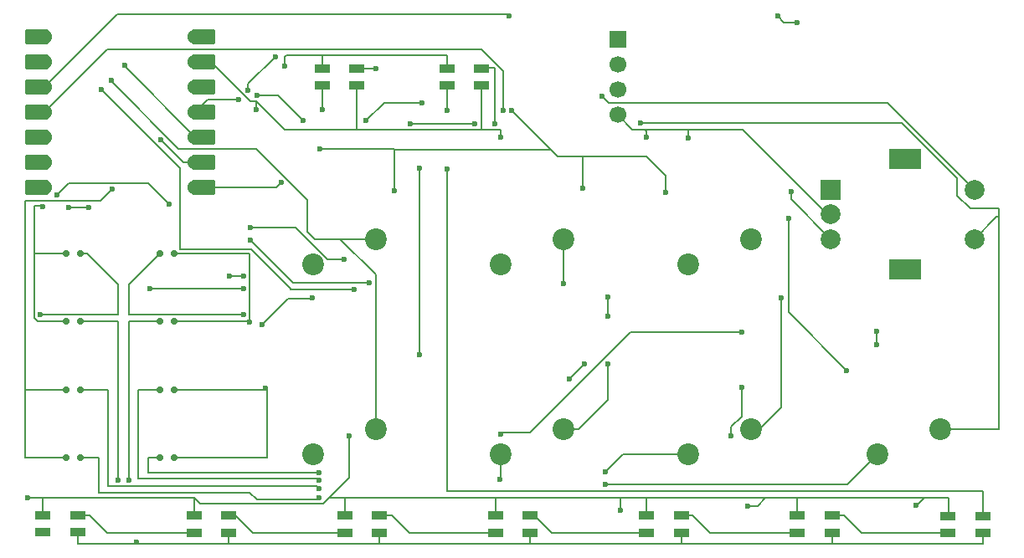
<source format=gtl>
%TF.GenerationSoftware,KiCad,Pcbnew,9.0.6*%
%TF.CreationDate,2025-12-23T12:32:35-05:00*%
%TF.ProjectId,astrapad,61737472-6170-4616-942e-6b696361645f,rev?*%
%TF.SameCoordinates,Original*%
%TF.FileFunction,Copper,L1,Top*%
%TF.FilePolarity,Positive*%
%FSLAX46Y46*%
G04 Gerber Fmt 4.6, Leading zero omitted, Abs format (unit mm)*
G04 Created by KiCad (PCBNEW 9.0.6) date 2025-12-23 12:32:35*
%MOMM*%
%LPD*%
G01*
G04 APERTURE LIST*
G04 Aperture macros list*
%AMRoundRect*
0 Rectangle with rounded corners*
0 $1 Rounding radius*
0 $2 $3 $4 $5 $6 $7 $8 $9 X,Y pos of 4 corners*
0 Add a 4 corners polygon primitive as box body*
4,1,4,$2,$3,$4,$5,$6,$7,$8,$9,$2,$3,0*
0 Add four circle primitives for the rounded corners*
1,1,$1+$1,$2,$3*
1,1,$1+$1,$4,$5*
1,1,$1+$1,$6,$7*
1,1,$1+$1,$8,$9*
0 Add four rect primitives between the rounded corners*
20,1,$1+$1,$2,$3,$4,$5,0*
20,1,$1+$1,$4,$5,$6,$7,0*
20,1,$1+$1,$6,$7,$8,$9,0*
20,1,$1+$1,$8,$9,$2,$3,0*%
G04 Aperture macros list end*
%TA.AperFunction,ComponentPad*%
%ADD10C,2.200000*%
%TD*%
%TA.AperFunction,SMDPad,CuDef*%
%ADD11R,1.600000X0.850000*%
%TD*%
%TA.AperFunction,SMDPad,CuDef*%
%ADD12RoundRect,0.150000X-0.150000X-0.200000X0.150000X-0.200000X0.150000X0.200000X-0.150000X0.200000X0*%
%TD*%
%TA.AperFunction,SMDPad,CuDef*%
%ADD13RoundRect,0.150000X0.150000X0.200000X-0.150000X0.200000X-0.150000X-0.200000X0.150000X-0.200000X0*%
%TD*%
%TA.AperFunction,ComponentPad*%
%ADD14R,2.000000X2.000000*%
%TD*%
%TA.AperFunction,ComponentPad*%
%ADD15C,2.000000*%
%TD*%
%TA.AperFunction,ComponentPad*%
%ADD16R,3.200000X2.000000*%
%TD*%
%TA.AperFunction,SMDPad,CuDef*%
%ADD17RoundRect,0.152400X1.063600X0.609600X-1.063600X0.609600X-1.063600X-0.609600X1.063600X-0.609600X0*%
%TD*%
%TA.AperFunction,ComponentPad*%
%ADD18C,1.524000*%
%TD*%
%TA.AperFunction,SMDPad,CuDef*%
%ADD19RoundRect,0.152400X-1.063600X-0.609600X1.063600X-0.609600X1.063600X0.609600X-1.063600X0.609600X0*%
%TD*%
%TA.AperFunction,ComponentPad*%
%ADD20R,1.700000X1.700000*%
%TD*%
%TA.AperFunction,ComponentPad*%
%ADD21C,1.700000*%
%TD*%
%TA.AperFunction,ViaPad*%
%ADD22C,0.600000*%
%TD*%
%TA.AperFunction,Conductor*%
%ADD23C,0.200000*%
%TD*%
G04 APERTURE END LIST*
D10*
%TO.P,SW5,1,1*%
%TO.N,Net-(D5-A)*%
X29660000Y-45120000D03*
%TO.P,SW5,2,2*%
%TO.N,Column 1*%
X36010000Y-42580000D03*
%TD*%
%TO.P,SW1,1,1*%
%TO.N,Net-(D1-A)*%
X29660000Y-25920000D03*
%TO.P,SW1,2,2*%
%TO.N,Column 1*%
X36010000Y-23380000D03*
%TD*%
D11*
%TO.P,D24,1,VDD*%
%TO.N,+5V*%
X48155000Y-51335000D03*
%TO.P,D24,2,DOUT*%
%TO.N,Net-(D24-DOUT)*%
X48155000Y-53085000D03*
%TO.P,D24,3,VSS*%
%TO.N,GND*%
X51655000Y-53085000D03*
%TO.P,D24,4,DIN*%
%TO.N,Net-(D23-DOUT)*%
X51655000Y-51335000D03*
%TD*%
D10*
%TO.P,SW8,1,1*%
%TO.N,Net-(D8-A)*%
X86760000Y-45120000D03*
%TO.P,SW8,2,2*%
%TO.N,Column 4*%
X93110000Y-42580000D03*
%TD*%
%TO.P,SW7,1,1*%
%TO.N,Net-(D7-A)*%
X67670000Y-45120000D03*
%TO.P,SW7,2,2*%
%TO.N,Column 3*%
X74020000Y-42580000D03*
%TD*%
D11*
%TO.P,D22,1,VDD*%
%TO.N,+5V*%
X78671667Y-51335000D03*
%TO.P,D22,2,DOUT*%
%TO.N,Net-(D22-DOUT)*%
X78671667Y-53085000D03*
%TO.P,D22,3,VSS*%
%TO.N,GND*%
X82171667Y-53085000D03*
%TO.P,D22,4,DIN*%
%TO.N,Net-(D20-DOUT)*%
X82171667Y-51335000D03*
%TD*%
D12*
%TO.P,D7,1,K*%
%TO.N,Row 2*%
X15621810Y-45494767D03*
%TO.P,D7,2,A*%
%TO.N,Net-(D7-A)*%
X14221810Y-45494767D03*
%TD*%
D11*
%TO.P,D23,1,VDD*%
%TO.N,+5V*%
X63413333Y-51335000D03*
%TO.P,D23,2,DOUT*%
%TO.N,Net-(D23-DOUT)*%
X63413333Y-53085000D03*
%TO.P,D23,3,VSS*%
%TO.N,GND*%
X66913333Y-53085000D03*
%TO.P,D23,4,DIN*%
%TO.N,Net-(D22-DOUT)*%
X66913333Y-51335000D03*
%TD*%
%TO.P,D18,1,VDD*%
%TO.N,+5V*%
X17638333Y-51335000D03*
%TO.P,D18,2,DOUT*%
%TO.N,Net-(D18-DOUT)*%
X17638333Y-53085000D03*
%TO.P,D18,3,VSS*%
%TO.N,GND*%
X21138333Y-53085000D03*
%TO.P,D18,4,DIN*%
%TO.N,Net-(D18-DIN)*%
X21138333Y-51335000D03*
%TD*%
%TO.P,D9,1,VDD*%
%TO.N,+5V*%
X43248477Y-6063250D03*
%TO.P,D9,2,DOUT*%
%TO.N,Net-(D20-DIN)*%
X43248477Y-7813250D03*
%TO.P,D9,3,VSS*%
%TO.N,GND*%
X46748477Y-7813250D03*
%TO.P,D9,4,DIN*%
%TO.N,Net-(D17-DOUT)*%
X46748477Y-6063250D03*
%TD*%
D13*
%TO.P,D3,1,K*%
%TO.N,Row 1*%
X4721810Y-31694767D03*
%TO.P,D3,2,A*%
%TO.N,Net-(D3-A)*%
X6121810Y-31694767D03*
%TD*%
D11*
%TO.P,D25,1,VDD*%
%TO.N,+5V*%
X32896667Y-51335000D03*
%TO.P,D25,2,DOUT*%
%TO.N,Net-(D18-DIN)*%
X32896667Y-53085000D03*
%TO.P,D25,3,VSS*%
%TO.N,GND*%
X36396667Y-53085000D03*
%TO.P,D25,4,DIN*%
%TO.N,Net-(D24-DOUT)*%
X36396667Y-51335000D03*
%TD*%
D10*
%TO.P,SW2,1,1*%
%TO.N,Net-(D2-A)*%
X48670000Y-25920000D03*
%TO.P,SW2,2,2*%
%TO.N,Column 2*%
X55020000Y-23380000D03*
%TD*%
%TO.P,SW3,1,1*%
%TO.N,Net-(D3-A)*%
X67670000Y-25920000D03*
%TO.P,SW3,2,2*%
%TO.N,Column 3*%
X74020000Y-23380000D03*
%TD*%
D11*
%TO.P,D20,1,VDD*%
%TO.N,+5V*%
X93914000Y-51365000D03*
%TO.P,D20,2,DOUT*%
%TO.N,Net-(D20-DOUT)*%
X93914000Y-53115000D03*
%TO.P,D20,3,VSS*%
%TO.N,GND*%
X97414000Y-53115000D03*
%TO.P,D20,4,DIN*%
%TO.N,Net-(D20-DIN)*%
X97414000Y-51365000D03*
%TD*%
%TO.P,D17,1,VDD*%
%TO.N,+5V*%
X30611810Y-6063250D03*
%TO.P,D17,2,DOUT*%
%TO.N,Net-(D17-DOUT)*%
X30611810Y-7813250D03*
%TO.P,D17,3,VSS*%
%TO.N,GND*%
X34111810Y-7813250D03*
%TO.P,D17,4,DIN*%
%TO.N,Net-(D16-DOUT)*%
X34111810Y-6063250D03*
%TD*%
D10*
%TO.P,SW6,1,1*%
%TO.N,Net-(D6-A)*%
X48670000Y-45120000D03*
%TO.P,SW6,2,2*%
%TO.N,Column 2*%
X55020000Y-42580000D03*
%TD*%
D14*
%TO.P,SW13,A,A*%
%TO.N,Rotary A*%
X82050000Y-18340000D03*
D15*
%TO.P,SW13,B,B*%
%TO.N,Rotary B*%
X82050000Y-23340000D03*
%TO.P,SW13,C,C*%
%TO.N,GND*%
X82050000Y-20840000D03*
D16*
%TO.P,SW13,MP*%
%TO.N,N/C*%
X89550000Y-15240000D03*
X89550000Y-26440000D03*
D15*
%TO.P,SW13,S1,S1*%
%TO.N,Column 4*%
X96550000Y-23340000D03*
%TO.P,SW13,S2,S2*%
%TO.N,Net-(D4-A)*%
X96550000Y-18340000D03*
%TD*%
D12*
%TO.P,D6,1,K*%
%TO.N,Row 2*%
X15621810Y-38594767D03*
%TO.P,D6,2,A*%
%TO.N,Net-(D6-A)*%
X14221810Y-38594767D03*
%TD*%
D17*
%TO.P,U1,1,GPIO26/ADC0/A0*%
%TO.N,Column 1*%
X1716810Y-2843267D03*
D18*
X2551810Y-2843267D03*
D17*
%TO.P,U1,2,GPIO27/ADC1/A1*%
%TO.N,Column 2*%
X1716810Y-5383267D03*
D18*
X2551810Y-5383267D03*
D17*
%TO.P,U1,3,GPIO28/ADC2/A2*%
%TO.N,Column 3*%
X1716810Y-7923267D03*
D18*
X2551810Y-7923267D03*
D17*
%TO.P,U1,4,GPIO29/ADC3/A3*%
%TO.N,Column 4*%
X1716810Y-10463267D03*
D18*
X2551810Y-10463267D03*
D17*
%TO.P,U1,5,GPIO6/SDA*%
%TO.N,SDA*%
X1716810Y-13003267D03*
D18*
X2551810Y-13003267D03*
D17*
%TO.P,U1,6,GPIO7/SCL*%
%TO.N,SCL*%
X1716810Y-15543267D03*
D18*
X2551810Y-15543267D03*
D17*
%TO.P,U1,7,GPIO0/TX*%
%TO.N,Row 1*%
X1716810Y-18083267D03*
D18*
X2551810Y-18083267D03*
%TO.P,U1,8,GPIO1/RX*%
%TO.N,Net-(D10-DIN)*%
X17791810Y-18083267D03*
D19*
X18626810Y-18083267D03*
D18*
%TO.P,U1,9,GPIO2/SCK*%
%TO.N,Row 2*%
X17791810Y-15543267D03*
D19*
X18626810Y-15543267D03*
D18*
%TO.P,U1,10,GPIO4/MISO*%
%TO.N,Rotary A*%
X17791810Y-13003267D03*
D19*
X18626810Y-13003267D03*
D18*
%TO.P,U1,11,GPIO3/MOSI*%
%TO.N,Rotary B*%
X17791810Y-10463267D03*
D19*
X18626810Y-10463267D03*
D18*
%TO.P,U1,12,3V3*%
%TO.N,unconnected-(U1-3V3-Pad12)*%
X17791810Y-7923267D03*
D19*
X18626810Y-7923267D03*
D18*
%TO.P,U1,13,GND*%
%TO.N,GND*%
X17791810Y-5383267D03*
D19*
X18626810Y-5383267D03*
D18*
%TO.P,U1,14,VBUS*%
%TO.N,+5V*%
X17791810Y-2843267D03*
D19*
X18626810Y-2843267D03*
%TD*%
D13*
%TO.P,D8,1,K*%
%TO.N,Row 2*%
X4721810Y-45494767D03*
%TO.P,D8,2,A*%
%TO.N,Net-(D8-A)*%
X6121810Y-45494767D03*
%TD*%
%TO.P,D2,1,K*%
%TO.N,Row 1*%
X4721810Y-24794767D03*
%TO.P,D2,2,A*%
%TO.N,Net-(D2-A)*%
X6121810Y-24794767D03*
%TD*%
D11*
%TO.P,D19,1,VDD*%
%TO.N,+5V*%
X2380000Y-51270000D03*
%TO.P,D19,2,DOUT*%
%TO.N,unconnected-(D19-DOUT-Pad2)*%
X2380000Y-53020000D03*
%TO.P,D19,3,VSS*%
%TO.N,GND*%
X5880000Y-53020000D03*
%TO.P,D19,4,DIN*%
%TO.N,Net-(D18-DOUT)*%
X5880000Y-51270000D03*
%TD*%
D13*
%TO.P,D5,1,K*%
%TO.N,Row 2*%
X4721810Y-38594767D03*
%TO.P,D5,2,A*%
%TO.N,Net-(D5-A)*%
X6121810Y-38594767D03*
%TD*%
D12*
%TO.P,D1,1,K*%
%TO.N,Row 1*%
X15621810Y-24794767D03*
%TO.P,D1,2,A*%
%TO.N,Net-(D1-A)*%
X14221810Y-24794767D03*
%TD*%
%TO.P,D4,1,K*%
%TO.N,Row 1*%
X15621810Y-31694767D03*
%TO.P,D4,2,A*%
%TO.N,Net-(D4-A)*%
X14221810Y-31694767D03*
%TD*%
D20*
%TO.P,J1,1,Pin_1*%
%TO.N,SDA*%
X60476750Y-3128250D03*
D21*
%TO.P,J1,2,Pin_2*%
%TO.N,SCL*%
X60476750Y-5668250D03*
%TO.P,J1,3,Pin_3*%
%TO.N,+5V*%
X60476750Y-8208250D03*
%TO.P,J1,4,Pin_4*%
%TO.N,GND*%
X60476750Y-10748250D03*
%TD*%
D22*
%TO.N,Row 1*%
X23271810Y-31763267D03*
X2360000Y-20063267D03*
%TO.N,+5V*%
X73640000Y-50370000D03*
X55610000Y-37490000D03*
X800000Y-49558193D03*
X33350000Y-43270000D03*
X26800000Y-5830000D03*
X30380000Y-14200000D03*
X49730000Y-10330000D03*
X57120000Y-35980000D03*
X90670000Y-50320000D03*
X65340000Y-18610000D03*
X37890000Y-18460000D03*
X56930000Y-18240000D03*
X71950000Y-43280000D03*
X73010000Y-38390000D03*
X60760000Y-50780000D03*
%TO.N,Net-(D1-A)*%
X22671810Y-30995510D03*
X29610000Y-29300000D03*
X24510000Y-32010000D03*
%TO.N,GND*%
X23980000Y-10230000D03*
X67630000Y-13110000D03*
X86690000Y-34040000D03*
X63410000Y-13070000D03*
X48650000Y-13040000D03*
X6970000Y-20160000D03*
X5000000Y-20160000D03*
X86680000Y-32680000D03*
X11830000Y-53980000D03*
%TO.N,Net-(D2-A)*%
X3800000Y-18850000D03*
X2071810Y-30980000D03*
X32860000Y-25400000D03*
X23380000Y-22170000D03*
X21210000Y-27110000D03*
X22671810Y-27120000D03*
X15170000Y-19780000D03*
%TO.N,Net-(D3-A)*%
X23310000Y-23420000D03*
X35410000Y-27770000D03*
X13180000Y-28380000D03*
X22671810Y-28360000D03*
X9990000Y-47771003D03*
%TO.N,Net-(D4-A)*%
X28690000Y-11360000D03*
X35060000Y-11360000D03*
X40690000Y-9560000D03*
X24023521Y-8821580D03*
X58933235Y-8903235D03*
X11090000Y-47771003D03*
%TO.N,Row 2*%
X9371810Y-18263267D03*
X24871810Y-38463267D03*
X14271810Y-13263267D03*
%TO.N,Net-(D5-A)*%
X30260000Y-48570006D03*
%TO.N,Net-(D6-A)*%
X30260000Y-47770003D03*
X48600000Y-47700000D03*
%TO.N,Net-(D7-A)*%
X59230000Y-46930000D03*
X30260000Y-46970000D03*
%TO.N,Net-(D8-A)*%
X59220000Y-48140000D03*
X30330000Y-49560000D03*
%TO.N,Net-(D10-DIN)*%
X26460000Y-17610000D03*
%TO.N,Net-(D12-DOUT)*%
X83670000Y-36630000D03*
X77810000Y-21280000D03*
%TO.N,Net-(D14-DOUT)*%
X73020000Y-32770000D03*
X48660000Y-43070000D03*
%TO.N,Net-(D16-DOUT)*%
X40430000Y-35050000D03*
X36070000Y-6060000D03*
X40430000Y-16190000D03*
%TO.N,Column 1*%
X9270000Y-7240000D03*
%TO.N,Column 2*%
X59540000Y-31180000D03*
X59540000Y-36010000D03*
X33820000Y-28420000D03*
X59510000Y-29230000D03*
X8275000Y-8205000D03*
X55010000Y-27880000D03*
%TO.N,Column 3*%
X78620000Y-1430000D03*
X76690000Y-800000D03*
X77020000Y-29300000D03*
X49522727Y-800000D03*
%TO.N,Column 4*%
X48880000Y-10370000D03*
X62790000Y-11590000D03*
%TO.N,Rotary B*%
X23104265Y-8285735D03*
X25870000Y-4880000D03*
X22170000Y-9220000D03*
X78010000Y-18520000D03*
%TO.N,Rotary A*%
X10650000Y-5780000D03*
%TO.N,Net-(D17-DOUT)*%
X39540000Y-11670000D03*
X30620000Y-10240000D03*
X46030000Y-11670000D03*
X48060000Y-11670000D03*
%TO.N,Net-(D20-DIN)*%
X43230000Y-16250000D03*
X43248477Y-10350000D03*
%TD*%
D23*
%TO.N,Column 2*%
X33820000Y-28420000D02*
X27430000Y-28420000D01*
X23437910Y-24393767D02*
X16212778Y-24393767D01*
X27430000Y-28420000D02*
X27430000Y-28385857D01*
X27430000Y-28385857D02*
X23437910Y-24393767D01*
X16212778Y-16142778D02*
X8275000Y-8205000D01*
X16212778Y-24393767D02*
X16212778Y-16142778D01*
%TO.N,Row 1*%
X23203310Y-31694767D02*
X23271810Y-31763267D01*
X2360000Y-20063267D02*
X2266733Y-19970000D01*
X1803310Y-31694767D02*
X1471810Y-31363267D01*
X15621810Y-31694767D02*
X23203310Y-31694767D01*
X23271810Y-24794767D02*
X23271810Y-31763267D01*
X1471810Y-31363267D02*
X1471810Y-24663267D01*
X1470000Y-21656380D02*
X1471810Y-21658190D01*
X4721810Y-31694767D02*
X1803310Y-31694767D01*
X1470000Y-19970000D02*
X1470000Y-21656380D01*
X1603310Y-24794767D02*
X1471810Y-24663267D01*
X15621810Y-24794767D02*
X23271810Y-24794767D01*
X1471810Y-21658190D02*
X1471810Y-24663267D01*
X4721810Y-24794767D02*
X1603310Y-24794767D01*
X2266733Y-19970000D02*
X1470000Y-19970000D01*
%TO.N,+5V*%
X17638333Y-49579860D02*
X17660000Y-49558193D01*
X78690000Y-49558193D02*
X91540000Y-49558193D01*
X800000Y-49558193D02*
X2390000Y-49558193D01*
X18261807Y-50160000D02*
X30708193Y-50160000D01*
X56930000Y-15050000D02*
X56970000Y-15010000D01*
X17638333Y-51335000D02*
X17638333Y-49579860D01*
X63390000Y-15010000D02*
X65340000Y-16960000D01*
X48140000Y-49558193D02*
X60760000Y-49558193D01*
X32896667Y-51335000D02*
X32896667Y-49601526D01*
X53710000Y-14310000D02*
X54410000Y-15010000D01*
X78671667Y-51335000D02*
X78671667Y-49576526D01*
X91540000Y-49558193D02*
X93930000Y-49558193D01*
X65340000Y-16960000D02*
X65340000Y-18610000D01*
X71950000Y-42340000D02*
X73010000Y-41280000D01*
X30611810Y-4748190D02*
X30620000Y-4740000D01*
X49730000Y-10330000D02*
X53710000Y-14310000D01*
X33350000Y-47518193D02*
X31310000Y-49558193D01*
X54410000Y-15010000D02*
X56970000Y-15010000D01*
X2380000Y-51270000D02*
X2380000Y-49568193D01*
X78671667Y-49576526D02*
X78690000Y-49558193D01*
X26950000Y-4740000D02*
X30620000Y-4740000D01*
X37890000Y-14310000D02*
X37890000Y-14200000D01*
X90778193Y-50320000D02*
X91540000Y-49558193D01*
X2390000Y-49558193D02*
X17660000Y-49558193D01*
X63413333Y-49581526D02*
X63390000Y-49558193D01*
X26800000Y-5830000D02*
X26800000Y-4890000D01*
X93930000Y-49558193D02*
X93930000Y-51335000D01*
X43248477Y-4740000D02*
X43248477Y-6063250D01*
X63390000Y-49558193D02*
X75450000Y-49558193D01*
X48155000Y-51335000D02*
X48155000Y-49573193D01*
X17660000Y-49558193D02*
X18261807Y-50160000D01*
X63413333Y-51335000D02*
X63413333Y-49581526D01*
X26800000Y-4890000D02*
X26950000Y-4740000D01*
X30708193Y-50160000D02*
X31310000Y-49558193D01*
X37890000Y-14310000D02*
X53710000Y-14310000D01*
X33350000Y-43270000D02*
X33350000Y-47518193D01*
X60760000Y-49558193D02*
X63390000Y-49558193D01*
X30611810Y-6063250D02*
X30611810Y-4748190D01*
X60760000Y-49558193D02*
X60760000Y-50780000D01*
X37890000Y-18460000D02*
X37890000Y-14310000D01*
X56930000Y-18240000D02*
X56930000Y-15050000D01*
X32896667Y-49601526D02*
X32940000Y-49558193D01*
X74638193Y-50370000D02*
X75450000Y-49558193D01*
X73640000Y-50370000D02*
X74638193Y-50370000D01*
X75450000Y-49558193D02*
X78690000Y-49558193D01*
X30620000Y-4740000D02*
X43248477Y-4740000D01*
X2380000Y-49568193D02*
X2390000Y-49558193D01*
X32940000Y-49558193D02*
X48140000Y-49558193D01*
X71950000Y-43280000D02*
X71950000Y-42340000D01*
X56970000Y-15010000D02*
X63390000Y-15010000D01*
X73010000Y-41280000D02*
X73010000Y-38390000D01*
X30380000Y-14200000D02*
X37890000Y-14200000D01*
X57120000Y-35980000D02*
X55610000Y-37490000D01*
X48155000Y-49573193D02*
X48140000Y-49558193D01*
X31310000Y-49558193D02*
X32940000Y-49558193D01*
X90670000Y-50320000D02*
X90778193Y-50320000D01*
%TO.N,Net-(D1-A)*%
X14221810Y-24794767D02*
X11070000Y-27946577D01*
X29610000Y-29340000D02*
X29610000Y-29300000D01*
X24510000Y-32010000D02*
X27180000Y-29340000D01*
X11070000Y-27946577D02*
X11070000Y-30997880D01*
X11070000Y-30997880D02*
X22669440Y-30997880D01*
X22669440Y-30997880D02*
X22671810Y-30995510D01*
X27180000Y-29340000D02*
X29610000Y-29340000D01*
%TO.N,GND*%
X67630000Y-13110000D02*
X67630000Y-12280000D01*
X36396667Y-54175667D02*
X36400000Y-54179000D01*
X86680000Y-32680000D02*
X86680000Y-34030000D01*
X51655000Y-54154000D02*
X51680000Y-54179000D01*
X36396667Y-53085000D02*
X36396667Y-54175667D01*
X21138333Y-54157333D02*
X21160000Y-54179000D01*
X11989000Y-54179000D02*
X21160000Y-54179000D01*
X66913333Y-53085000D02*
X66913333Y-54172333D01*
X11830000Y-53980000D02*
X11631000Y-54179000D01*
X23980000Y-9420000D02*
X26830000Y-12270000D01*
X63410000Y-12440000D02*
X63240000Y-12270000D01*
X5900000Y-54179000D02*
X5880000Y-54159000D01*
X19353267Y-5383267D02*
X23390000Y-9420000D01*
X34111810Y-12248190D02*
X34090000Y-12270000D01*
X51655000Y-53085000D02*
X51655000Y-54154000D01*
X82170000Y-54179000D02*
X97410000Y-54179000D01*
X17791810Y-5383267D02*
X19353267Y-5383267D01*
X5000000Y-20160000D02*
X6970000Y-20160000D01*
X82171667Y-53085000D02*
X82171667Y-54177333D01*
X46748477Y-7813250D02*
X46748477Y-12228477D01*
X82171667Y-54177333D02*
X82170000Y-54179000D01*
X66920000Y-54179000D02*
X82170000Y-54179000D01*
X73150000Y-12270000D02*
X81720000Y-20840000D01*
X67620000Y-12270000D02*
X73150000Y-12270000D01*
X26830000Y-12270000D02*
X34090000Y-12270000D01*
X61998500Y-12270000D02*
X63240000Y-12270000D01*
X97430000Y-54159000D02*
X97430000Y-53085000D01*
X23390000Y-9420000D02*
X23980000Y-9420000D01*
X63410000Y-13070000D02*
X63410000Y-12440000D01*
X66913333Y-54172333D02*
X66920000Y-54179000D01*
X46748477Y-12228477D02*
X46790000Y-12270000D01*
X48650000Y-13040000D02*
X48650000Y-12300000D01*
X11631000Y-54179000D02*
X5900000Y-54179000D01*
X23980000Y-10230000D02*
X23980000Y-9420000D01*
X60476750Y-10748250D02*
X61998500Y-12270000D01*
X5880000Y-54159000D02*
X5880000Y-53020000D01*
X11830000Y-54020000D02*
X11989000Y-54179000D01*
X67630000Y-12280000D02*
X67620000Y-12270000D01*
X46790000Y-12270000D02*
X48620000Y-12270000D01*
X86680000Y-34030000D02*
X86690000Y-34040000D01*
X81720000Y-20840000D02*
X82050000Y-20840000D01*
X21138333Y-53085000D02*
X21138333Y-54157333D01*
X51680000Y-54179000D02*
X66920000Y-54179000D01*
X34090000Y-12270000D02*
X46790000Y-12270000D01*
X11830000Y-53980000D02*
X11830000Y-54020000D01*
X36400000Y-54179000D02*
X51680000Y-54179000D01*
X97410000Y-54179000D02*
X97430000Y-54159000D01*
X34111810Y-7813250D02*
X34111810Y-12248190D01*
X63240000Y-12270000D02*
X67620000Y-12270000D01*
X48650000Y-12300000D02*
X48620000Y-12270000D01*
X21160000Y-54179000D02*
X36400000Y-54179000D01*
%TO.N,Net-(D2-A)*%
X9980000Y-30997880D02*
X9962120Y-30980000D01*
X3800000Y-18850000D02*
X4987733Y-17662267D01*
X21210000Y-27110000D02*
X22661810Y-27110000D01*
X9962120Y-30980000D02*
X2071810Y-30980000D01*
X13052267Y-17662267D02*
X15170000Y-19780000D01*
X23380000Y-22170000D02*
X27891314Y-22170000D01*
X31121314Y-25400000D02*
X32860000Y-25400000D01*
X6121810Y-24794767D02*
X6864767Y-24794767D01*
X22661810Y-27110000D02*
X22671810Y-27120000D01*
X27891314Y-22170000D02*
X31121314Y-25400000D01*
X6864767Y-24794767D02*
X9980000Y-27910000D01*
X4987733Y-17662267D02*
X13052267Y-17662267D01*
X9980000Y-27910000D02*
X9980000Y-30997880D01*
%TO.N,Net-(D3-A)*%
X6121810Y-31694767D02*
X9980000Y-31694767D01*
X22190000Y-28380000D02*
X22651810Y-28380000D01*
X9980000Y-47761003D02*
X9990000Y-47771003D01*
X27660000Y-27770000D02*
X35410000Y-27770000D01*
X23310000Y-23420000D02*
X27660000Y-27770000D01*
X22651810Y-28380000D02*
X22671810Y-28360000D01*
X9980000Y-31694767D02*
X9980000Y-47761003D01*
X13180000Y-28380000D02*
X22190000Y-28380000D01*
%TO.N,Net-(D4-A)*%
X11070000Y-47751003D02*
X11070000Y-31694767D01*
X87770000Y-9560000D02*
X96550000Y-18340000D01*
X11070000Y-31694767D02*
X14221810Y-31694767D01*
X40690000Y-9560000D02*
X36860000Y-9560000D01*
X59590000Y-9560000D02*
X87770000Y-9560000D01*
X11090000Y-47771003D02*
X11070000Y-47751003D01*
X58933235Y-8903235D02*
X59590000Y-9560000D01*
X24023521Y-8821580D02*
X26151580Y-8821580D01*
X36860000Y-9560000D02*
X35060000Y-11360000D01*
X26151580Y-8821580D02*
X28690000Y-11360000D01*
%TO.N,Row 2*%
X601000Y-38563267D02*
X601000Y-19463267D01*
X24740310Y-38594767D02*
X24871810Y-38463267D01*
X25071810Y-38663267D02*
X24871810Y-38463267D01*
X4721810Y-38594767D02*
X632500Y-38594767D01*
X738000Y-45492457D02*
X740310Y-45494767D01*
X18626810Y-15543267D02*
X16551810Y-15543267D01*
X601000Y-45492457D02*
X738000Y-45492457D01*
X16551810Y-15543267D02*
X14271810Y-13263267D01*
X632500Y-38594767D02*
X601000Y-38563267D01*
X25071810Y-45463267D02*
X25071810Y-38663267D01*
X15621810Y-38594767D02*
X24740310Y-38594767D01*
X601000Y-45492457D02*
X601000Y-38563267D01*
X25040310Y-45494767D02*
X25071810Y-45463267D01*
X601000Y-19463267D02*
X8171810Y-19463267D01*
X4721810Y-45494767D02*
X740310Y-45494767D01*
X15621810Y-45494767D02*
X25040310Y-45494767D01*
X8171810Y-19463267D02*
X9371810Y-18263267D01*
%TO.N,Net-(D5-A)*%
X6121810Y-38594767D02*
X8995233Y-38594767D01*
X8995233Y-48371003D02*
X30060997Y-48371003D01*
X8995233Y-38594767D02*
X8995233Y-48371003D01*
X30060997Y-48371003D02*
X30260000Y-48570006D01*
%TO.N,Net-(D6-A)*%
X12020000Y-38570000D02*
X12020000Y-47610000D01*
X30099997Y-47610000D02*
X30260000Y-47770003D01*
X48670000Y-47630000D02*
X48670000Y-45120000D01*
X12044767Y-38594767D02*
X12020000Y-38570000D01*
X14221810Y-38594767D02*
X12044767Y-38594767D01*
X48600000Y-47700000D02*
X48670000Y-47630000D01*
X12020000Y-47610000D02*
X30099997Y-47610000D01*
%TO.N,Net-(D7-A)*%
X12980000Y-46990000D02*
X30240000Y-46990000D01*
X12994767Y-45494767D02*
X12990000Y-45490000D01*
X61040000Y-45120000D02*
X67670000Y-45120000D01*
X12990000Y-45490000D02*
X12980000Y-45500000D01*
X59230000Y-46930000D02*
X61040000Y-45120000D01*
X12980000Y-45500000D02*
X12980000Y-46990000D01*
X14221810Y-45494767D02*
X12994767Y-45494767D01*
X30240000Y-46990000D02*
X30260000Y-46970000D01*
%TO.N,Net-(D8-A)*%
X7990000Y-45500000D02*
X7990000Y-48990000D01*
X30200000Y-49690000D02*
X30330000Y-49560000D01*
X24000000Y-49690000D02*
X30200000Y-49690000D01*
X6121810Y-45494767D02*
X7984767Y-45494767D01*
X7984767Y-45494767D02*
X7990000Y-45500000D01*
X7990000Y-48990000D02*
X23300000Y-48990000D01*
X59220000Y-48140000D02*
X83740000Y-48140000D01*
X83740000Y-48140000D02*
X86760000Y-45120000D01*
X23300000Y-48990000D02*
X24000000Y-49690000D01*
%TO.N,Net-(D10-DIN)*%
X17791810Y-18083267D02*
X25986733Y-18083267D01*
X25986733Y-18083267D02*
X26460000Y-17610000D01*
%TO.N,Net-(D12-DOUT)*%
X77810000Y-30770000D02*
X83670000Y-36630000D01*
X77810000Y-21280000D02*
X77810000Y-30770000D01*
%TO.N,Net-(D14-DOUT)*%
X48780000Y-42950000D02*
X51648314Y-42950000D01*
X48660000Y-43070000D02*
X48780000Y-42950000D01*
X61828314Y-32770000D02*
X73020000Y-32770000D01*
X51648314Y-42950000D02*
X61828314Y-32770000D01*
%TO.N,Net-(D16-DOUT)*%
X36070000Y-6060000D02*
X34115060Y-6060000D01*
X40430000Y-16190000D02*
X40430000Y-35050000D01*
X34115060Y-6060000D02*
X34111810Y-6063250D01*
%TO.N,Net-(D18-DOUT)*%
X8885000Y-53085000D02*
X7070000Y-51270000D01*
X7070000Y-51270000D02*
X5880000Y-51270000D01*
X17638333Y-53085000D02*
X8885000Y-53085000D01*
%TO.N,Column 1*%
X36010000Y-26940000D02*
X32450000Y-23380000D01*
X32450000Y-23380000D02*
X36010000Y-23380000D01*
X9270000Y-7240000D02*
X9338486Y-7308486D01*
X9338486Y-7480000D02*
X16068486Y-14210000D01*
X29080000Y-19380057D02*
X29080000Y-22590000D01*
X36010000Y-31149943D02*
X36010000Y-26940000D01*
X16068486Y-14210000D02*
X23909943Y-14210000D01*
X29080000Y-22590000D02*
X29870000Y-23380000D01*
X36010000Y-42580000D02*
X36010000Y-31149943D01*
X9338486Y-7308486D02*
X9338486Y-7480000D01*
X29870000Y-23380000D02*
X32450000Y-23380000D01*
X23909943Y-14210000D02*
X29080000Y-19380057D01*
%TO.N,Column 2*%
X59540000Y-39615634D02*
X59540000Y-36010000D01*
X59510000Y-29230000D02*
X59510000Y-31150000D01*
X55020000Y-27870000D02*
X55010000Y-27880000D01*
X59510000Y-31150000D02*
X59540000Y-31180000D01*
X55020000Y-23380000D02*
X55020000Y-27870000D01*
X55020000Y-42580000D02*
X56575634Y-42580000D01*
X56575634Y-42580000D02*
X59540000Y-39615634D01*
%TO.N,Column 3*%
X77020000Y-29300000D02*
X77020000Y-40350000D01*
X74790000Y-42580000D02*
X74020000Y-42580000D01*
X78620000Y-1430000D02*
X77320000Y-1430000D01*
X77020000Y-40350000D02*
X74790000Y-42580000D01*
X77320000Y-1430000D02*
X76690000Y-800000D01*
X2551810Y-7923267D02*
X9874077Y-601000D01*
X9874077Y-601000D02*
X49323727Y-601000D01*
X49323727Y-601000D02*
X49522727Y-800000D01*
%TO.N,Column 4*%
X99020000Y-42580000D02*
X99040000Y-42560000D01*
X96550000Y-23340000D02*
X98810000Y-21080000D01*
X94830000Y-18960000D02*
X96130000Y-20260000D01*
X94830000Y-17187100D02*
X94830000Y-18960000D01*
X48880000Y-6332900D02*
X46674639Y-4127539D01*
X99040000Y-21080000D02*
X99040000Y-21980000D01*
X96130000Y-20260000D02*
X99040000Y-20260000D01*
X46674639Y-4127539D02*
X8887539Y-4127539D01*
X62790000Y-11590000D02*
X89232900Y-11590000D01*
X93110000Y-42580000D02*
X99020000Y-42580000D01*
X8887539Y-4127539D02*
X2551810Y-10463267D01*
X48880000Y-10370000D02*
X48880000Y-6332900D01*
X99040000Y-42560000D02*
X99040000Y-21980000D01*
X99040000Y-20260000D02*
X99040000Y-21080000D01*
X98810000Y-21080000D02*
X99040000Y-21080000D01*
X89232900Y-11590000D02*
X94830000Y-17187100D01*
%TO.N,Rotary B*%
X78010000Y-19300000D02*
X82050000Y-23340000D01*
X78010000Y-18520000D02*
X78010000Y-19300000D01*
X23104265Y-7645735D02*
X25870000Y-4880000D01*
X23104265Y-8285735D02*
X23104265Y-7645735D01*
X19035077Y-9220000D02*
X22170000Y-9220000D01*
X17791810Y-10463267D02*
X19035077Y-9220000D01*
%TO.N,Rotary A*%
X10650000Y-5861457D02*
X10650000Y-5780000D01*
X17791810Y-13003267D02*
X10650000Y-5861457D01*
%TO.N,Net-(D17-DOUT)*%
X48060000Y-11670000D02*
X48060000Y-6080000D01*
X48030000Y-6050000D02*
X46761727Y-6050000D01*
X30611810Y-7813250D02*
X30611810Y-10231810D01*
X46761727Y-6050000D02*
X46748477Y-6063250D01*
X30611810Y-10231810D02*
X30620000Y-10240000D01*
X48060000Y-6080000D02*
X48030000Y-6050000D01*
X39540000Y-11670000D02*
X46030000Y-11670000D01*
%TO.N,Net-(D22-DOUT)*%
X68065000Y-51335000D02*
X66913333Y-51335000D01*
X78671667Y-53085000D02*
X69815000Y-53085000D01*
X69815000Y-53085000D02*
X68065000Y-51335000D01*
%TO.N,Net-(D20-DIN)*%
X43248477Y-10350000D02*
X43248477Y-7813250D01*
X43230000Y-16250000D02*
X43230000Y-48870000D01*
X97430000Y-48870000D02*
X97430000Y-51335000D01*
X43230000Y-48870000D02*
X97430000Y-48870000D01*
%TO.N,Net-(D24-DOUT)*%
X48155000Y-53085000D02*
X39395000Y-53085000D01*
X39395000Y-53085000D02*
X37645000Y-51335000D01*
X37645000Y-51335000D02*
X36396667Y-51335000D01*
%TO.N,Net-(D20-DOUT)*%
X85115000Y-53085000D02*
X83365000Y-51335000D01*
X93930000Y-53085000D02*
X85115000Y-53085000D01*
X83365000Y-51335000D02*
X82171667Y-51335000D01*
%TO.N,Net-(D23-DOUT)*%
X63413333Y-53085000D02*
X53825000Y-53085000D01*
X52075000Y-51335000D02*
X51655000Y-51335000D01*
X53825000Y-53085000D02*
X52075000Y-51335000D01*
%TO.N,Net-(D18-DIN)*%
X21845000Y-51335000D02*
X21138333Y-51335000D01*
X32896667Y-53085000D02*
X23595000Y-53085000D01*
X23595000Y-53085000D02*
X21845000Y-51335000D01*
%TD*%
M02*

</source>
